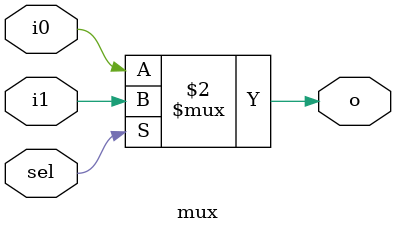
<source format=v>
module mux(i0, i1, sel,o);
  input i0, i1, sel;
  output reg o;
  
  always@(i0, i1, sel) begin
    o = sel ? i1 : i0;
  end
endmodule

</source>
